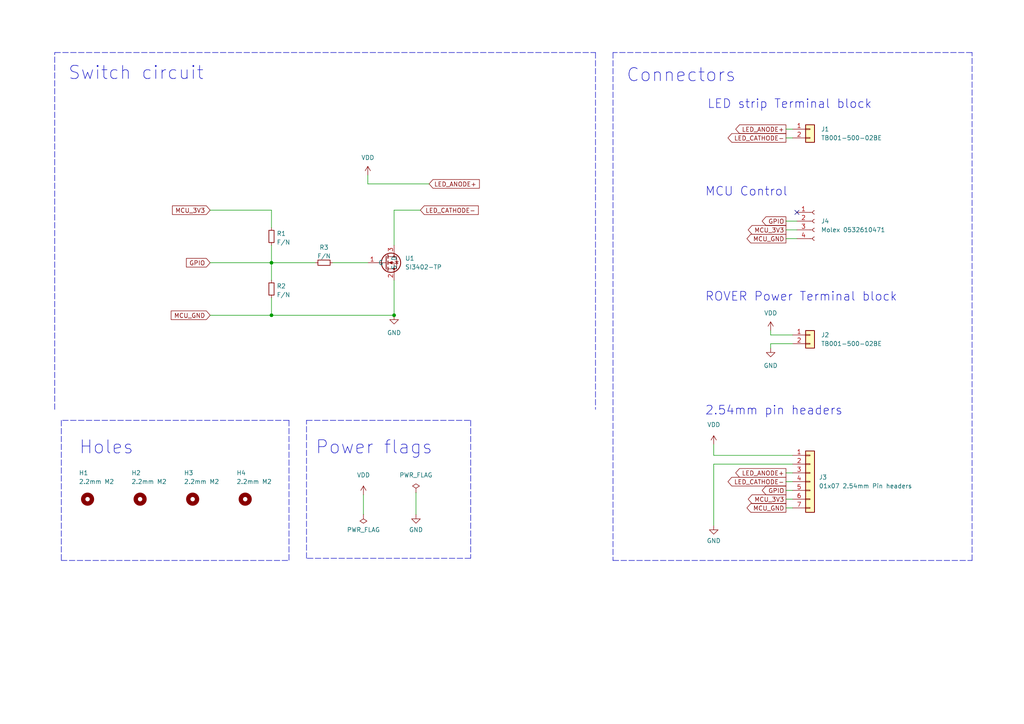
<source format=kicad_sch>
(kicad_sch (version 20211123) (generator eeschema)
  (paper "A4")
  (title_block (title "LED_SWITCH") (date "2022-08-29") (company "EPFL Xplore"))
  (lib_symbols
    (symbol "0_Led_Switch:SI3402-TP"
      (property "Reference" "U" (at 3.175 -1.27 0))
      (property "Value" "SI3402-TP" (at 7.62 1.27 0))
      (symbol "SI3402-TP_0_1"
        (circle (center -0.889 0) (radius 2.794) (stroke (width 0.254)))
        (circle (center 0 -1.778) (radius 0.254) (fill (type outline)))
        (polyline (pts (xy -2.286 0) (xy -5.08 0)))
        (polyline (pts (xy -2.286 1.905) (xy -2.286 -1.905)) (stroke (width 0.254)))
        (polyline (pts (xy -1.778 -1.27) (xy -1.778 -2.286)) (stroke (width 0.254)))
        (polyline (pts (xy -1.778 0.508) (xy -1.778 -0.508)) (stroke (width 0.254)))
        (polyline (pts (xy -1.778 2.286) (xy -1.778 1.27)) (stroke (width 0.254)))
        (polyline (pts (xy 0 2.54) (xy 0 1.778)))
        (polyline (pts (xy 0 -2.54) (xy 0 0) (xy -1.778 0)))
        (polyline (pts (xy -1.778 -1.778) (xy 0.762 -1.778) (xy 0.762 1.778) (xy -1.778 1.778)))
        (polyline (pts (xy -1.524 0) (xy -0.508 0.381) (xy -0.508 -0.381) (xy -1.524 0)) (fill (type outline)))
        (polyline (pts (xy 0.254 0.508) (xy 0.381 0.381) (xy 1.143 0.381) (xy 1.27 0.254)))
        (polyline (pts (xy 0.762 0.381) (xy 0.381 -0.254) (xy 1.143 -0.254) (xy 0.762 0.381)))
        (circle (center 0 1.778) (radius 0.254) (fill (type outline)))
      )
      (symbol "SI3402-TP_1_1"
        (pin input line (at -7.62 0 0) (length 2.54) (name "G") (number "1"))
        (pin passive line (at 0 -5.08 90) (length 2.54) (name "S") (number "2"))
        (pin passive line (at 0 5.08 270) (length 2.54) (name "D") (number "3"))
      )
    )
    (symbol "Connector:Conn_01x04_Female" (pin_names (offset 1.016) hide)
      (property "Reference" "J" (at 0 5.08 0))
      (property "Value" "Conn_01x04_Female" (at 0 -7.62 0))
      (symbol "Conn_01x04_Female_1_1"
        (arc (start 0 -4.572) (mid -0.508 -5.08) (end 0 -5.588) (stroke (width 0.1524)))
        (arc (start 0 -2.032) (mid -0.508 -2.54) (end 0 -3.048) (stroke (width 0.1524)))
        (polyline (pts (xy -1.27 -5.08) (xy -0.508 -5.08)) (stroke (width 0.1524)))
        (polyline (pts (xy -1.27 -2.54) (xy -0.508 -2.54)) (stroke (width 0.1524)))
        (polyline (pts (xy -1.27 0) (xy -0.508 0)) (stroke (width 0.1524)))
        (polyline (pts (xy -1.27 2.54) (xy -0.508 2.54)) (stroke (width 0.1524)))
        (arc (start 0 0.508) (mid -0.508 0) (end 0 -0.508) (stroke (width 0.1524)))
        (arc (start 0 3.048) (mid -0.508 2.54) (end 0 2.032) (stroke (width 0.1524)))
        (pin passive line (at -5.08 2.54 0) (length 3.81) (name "Pin_1") (number "1"))
        (pin passive line (at -5.08 0 0) (length 3.81) (name "Pin_2") (number "2"))
        (pin passive line (at -5.08 -2.54 0) (length 3.81) (name "Pin_3") (number "3"))
        (pin passive line (at -5.08 -5.08 0) (length 3.81) (name "Pin_4") (number "4"))
      )
    )
    (symbol "Connector_Generic:Conn_01x02" (pin_names (offset 1.016) hide)
      (property "Reference" "J" (at 0 2.54 0))
      (property "Value" "Conn_01x02" (at 0 -5.08 0))
      (symbol "Conn_01x02_1_1"
        (rectangle (start -1.27 -2.413) (end 0 -2.667) (stroke (width 0.1524)))
        (rectangle (start -1.27 0.127) (end 0 -0.127) (stroke (width 0.1524)))
        (rectangle (start -1.27 1.27) (end 1.27 -3.81) (stroke (width 0.254)) (fill (type background)))
        (pin passive line (at -5.08 0 0) (length 3.81) (name "Pin_1") (number "1"))
        (pin passive line (at -5.08 -2.54 0) (length 3.81) (name "Pin_2") (number "2"))
      )
    )
    (symbol "Connector_Generic:Conn_01x07" (pin_names (offset 1.016) hide)
      (property "Reference" "J" (at 0 10.16 0))
      (property "Value" "Conn_01x07" (at 0 -10.16 0))
      (symbol "Conn_01x07_1_1"
        (rectangle (start -1.27 -7.493) (end 0 -7.747) (stroke (width 0.1524)))
        (rectangle (start -1.27 -4.953) (end 0 -5.207) (stroke (width 0.1524)))
        (rectangle (start -1.27 -2.413) (end 0 -2.667) (stroke (width 0.1524)))
        (rectangle (start -1.27 0.127) (end 0 -0.127) (stroke (width 0.1524)))
        (rectangle (start -1.27 2.667) (end 0 2.413) (stroke (width 0.1524)))
        (rectangle (start -1.27 5.207) (end 0 4.953) (stroke (width 0.1524)))
        (rectangle (start -1.27 7.747) (end 0 7.493) (stroke (width 0.1524)))
        (rectangle (start -1.27 8.89) (end 1.27 -8.89) (stroke (width 0.254)) (fill (type background)))
        (pin passive line (at -5.08 7.62 0) (length 3.81) (name "Pin_1") (number "1"))
        (pin passive line (at -5.08 5.08 0) (length 3.81) (name "Pin_2") (number "2"))
        (pin passive line (at -5.08 2.54 0) (length 3.81) (name "Pin_3") (number "3"))
        (pin passive line (at -5.08 0 0) (length 3.81) (name "Pin_4") (number "4"))
        (pin passive line (at -5.08 -2.54 0) (length 3.81) (name "Pin_5") (number "5"))
        (pin passive line (at -5.08 -5.08 0) (length 3.81) (name "Pin_6") (number "6"))
        (pin passive line (at -5.08 -7.62 0) (length 3.81) (name "Pin_7") (number "7"))
      )
    )
    (symbol "Device:R_Small" (pin_numbers hide) (pin_names (offset 0.254) hide)
      (property "Reference" "R" (at 0.762 0.508 0))
      (property "Value" "R_Small" (at 0.762 -1.016 0))
      (symbol "R_Small_0_1"
        (rectangle (start -0.762 1.778) (end 0.762 -1.778) (stroke (width 0.2032)))
      )
      (symbol "R_Small_1_1"
        (pin passive line (at 0 2.54 270) (length 0.762) (name "~") (number "1"))
        (pin passive line (at 0 -2.54 90) (length 0.762) (name "~") (number "2"))
      )
    )
    (symbol "Mechanical:MountingHole" (pin_names (offset 1.016))
      (property "Reference" "H" (at 0 5.08 0))
      (property "Value" "MountingHole" (at 0 3.175 0))
      (symbol "MountingHole_0_1"
        (circle (center 0 0) (radius 1.27) (stroke (width 1.27)))
      )
    )
    (symbol "power:GND" (power) (pin_names (offset 0))
      (property "Value" "GND" (at 0 -3.81 0))
      (symbol "GND_0_1"
        (polyline (pts (xy 0 0) (xy 0 -1.27) (xy 1.27 -1.27) (xy 0 -2.54) (xy -1.27 -1.27) (xy 0 -1.27)))
      )
      (symbol "GND_1_1"
        (pin power_in line (at 0 0 270) (length 0) hide (name "GND") (number "1"))
      )
    )
    (symbol "power:PWR_FLAG" (power) (pin_numbers hide) (pin_names (offset 0) hide)
      (property "Value" "PWR_FLAG" (at 0 3.81 0))
      (symbol "PWR_FLAG_0_0"
        (pin power_out line (at 0 0 90) (length 0) (name "pwr") (number "1"))
      )
      (symbol "PWR_FLAG_0_1"
        (polyline (pts (xy 0 0) (xy 0 1.27) (xy -1.016 1.905) (xy 0 2.54) (xy 1.016 1.905) (xy 0 1.27)))
      )
    )
    (symbol "power:VDD" (power) (pin_names (offset 0))
      (property "Value" "VDD" (at 0 3.81 0))
      (symbol "VDD_0_1"
        (polyline (pts (xy -0.762 1.27) (xy 0 2.54)))
        (polyline (pts (xy 0 0) (xy 0 2.54)))
        (polyline (pts (xy 0 2.54) (xy 0.762 1.27)))
      )
      (symbol "VDD_1_1"
        (pin power_in line (at 0 0 90) (length 0) hide (name "VDD") (number "1"))
      )
    )
  )
  (junction (at 78.74 76.2))
  (junction (at 114.3 91.44))
  (junction (at 78.74 91.44))
  (no_connect (at 231.14 61.595))
  (polyline (pts (xy 281.94 162.56) (xy 281.94 15.24)))
  (wire (pts (xy 223.52 95.885) (xy 223.52 97.155)))
  (polyline (pts (xy 88.9 121.92) (xy 136.525 121.92)))
  (wire (pts (xy 60.96 60.96) (xy 78.74 60.96)))
  (wire (pts (xy 78.74 60.96) (xy 78.74 66.04)))
  (polyline (pts (xy 83.82 121.92) (xy 83.82 162.56)))
  (wire (pts (xy 227.965 142.24) (xy 229.87 142.24)))
  (polyline (pts (xy 17.78 121.92) (xy 17.78 162.56)))
  (wire (pts (xy 120.65 142.875) (xy 120.65 149.225)))
  (wire (pts (xy 78.74 86.36) (xy 78.74 91.44)))
  (wire (pts (xy 223.52 99.695) (xy 229.87 99.695)))
  (wire (pts (xy 227.965 69.215) (xy 231.14 69.215)))
  (wire (pts (xy 106.68 53.34) (xy 124.46 53.34)))
  (wire (pts (xy 227.965 66.675) (xy 231.14 66.675)))
  (wire (pts (xy 207.01 128.905) (xy 207.01 132.08)))
  (polyline (pts (xy 177.8 15.24) (xy 177.8 162.56)))
  (wire (pts (xy 96.52 76.2) (xy 106.68 76.2)))
  (polyline (pts (xy 136.525 121.92) (xy 136.525 161.925)))
  (wire (pts (xy 223.52 97.155) (xy 229.87 97.155)))
  (polyline (pts (xy 17.78 162.56) (xy 83.82 162.56)))
  (wire (pts (xy 207.01 152.4) (xy 207.01 134.62)))
  (wire (pts (xy 207.01 134.62) (xy 229.87 134.62)))
  (wire (pts (xy 105.41 143.51) (xy 105.41 149.225)))
  (wire (pts (xy 60.96 76.2) (xy 78.74 76.2)))
  (polyline (pts (xy 15.875 15.24) (xy 172.72 15.24)))
  (polyline (pts (xy 88.9 161.925) (xy 88.9 121.92)))
  (wire (pts (xy 78.74 76.2) (xy 91.44 76.2)))
  (wire (pts (xy 78.74 76.2) (xy 78.74 81.28)))
  (wire (pts (xy 207.01 132.08) (xy 229.87 132.08)))
  (wire (pts (xy 78.74 71.12) (xy 78.74 76.2)))
  (wire (pts (xy 227.965 137.16) (xy 229.87 137.16)))
  (wire (pts (xy 227.965 139.7) (xy 229.87 139.7)))
  (wire (pts (xy 78.74 91.44) (xy 114.3 91.44)))
  (wire (pts (xy 227.965 144.78) (xy 229.87 144.78)))
  (wire (pts (xy 114.3 81.28) (xy 114.3 91.44)))
  (wire (pts (xy 106.68 50.8) (xy 106.68 53.34)))
  (polyline (pts (xy 172.72 15.24) (xy 172.72 118.745)))
  (polyline (pts (xy 83.82 121.92) (xy 17.78 121.92)))
  (polyline (pts (xy 281.94 15.24) (xy 177.8 15.24)))
  (wire (pts (xy 223.52 100.965) (xy 223.52 99.695)))
  (wire (pts (xy 114.3 60.96) (xy 114.3 71.12)))
  (polyline (pts (xy 136.525 161.925) (xy 88.9 161.925)))
  (polyline (pts (xy 177.8 162.56) (xy 281.94 162.56)))
  (wire (pts (xy 227.965 64.135) (xy 231.14 64.135)))
  (wire (pts (xy 227.965 37.465) (xy 229.87 37.465)))
  (wire (pts (xy 60.96 91.44) (xy 78.74 91.44)))
  (polyline (pts (xy 15.875 118.745) (xy 15.875 15.24)))
  (wire (pts (xy 227.965 147.32) (xy 229.87 147.32)))
  (wire (pts (xy 121.92 60.96) (xy 114.3 60.96)))
  (wire (pts (xy 227.965 40.005) (xy 229.87 40.005)))
  (text "MCU Control" (at 204.47 57.15 0) (effects (font (size 2.54 2.54)) (justify left bottom)))
  (text "2.54mm pin headers" (at 204.47 120.65 0) (effects (font (size 2.54 2.54)) (justify left bottom)))
  (text "ROVER Power Terminal block" (at 204.47 87.63 0) (effects (font (size 2.54 2.54)) (justify left bottom)))
  (text "Connectors" (at 181.61 24.13 0) (effects (font (size 3.81 3.81)) (justify left bottom)))
  (text "Holes" (at 22.86 132.08 0) (effects (font (size 3.81 3.81)) (justify left bottom)))
  (text "Power flags" (at 91.44 132.08 0) (effects (font (size 3.81 3.81)) (justify left bottom)))
  (text "Switch circuit" (at 19.685 23.495 0) (effects (font (size 3.81 3.81)) (justify left bottom)))
  (text "LED strip Terminal block" (at 205.105 31.75 0) (effects (font (size 2.54 2.54)) (justify left bottom)))
  (global_label "MCU_GND" (shape output) (at 227.965 69.215 180) (property "Intersheet References" "${INTERSHEET_REFS}" (effects hide)))
  (global_label "LED_CATHODE-" (shape output) (at 227.965 40.005 180) (property "Intersheet References" "${INTERSHEET_REFS}" (effects hide)))
  (global_label "LED_CATHODE-" (shape output) (at 227.965 139.7 180) (property "Intersheet References" "${INTERSHEET_REFS}" (effects hide)))
  (global_label "LED_CATHODE-" (shape input) (at 121.92 60.96 0) (property "Intersheet References" "${INTERSHEET_REFS}" (effects hide)))
  (global_label "GPIO" (shape input) (at 60.96 76.2 180) (property "Intersheet References" "${INTERSHEET_REFS}" (effects hide)))
  (global_label "MCU_3V3" (shape output) (at 227.965 144.78 180) (property "Intersheet References" "${INTERSHEET_REFS}" (effects hide)))
  (global_label "GPIO" (shape output) (at 227.965 64.135 180) (property "Intersheet References" "${INTERSHEET_REFS}" (effects hide)))
  (global_label "MCU_GND" (shape output) (at 227.965 147.32 180) (property "Intersheet References" "${INTERSHEET_REFS}" (effects hide)))
  (global_label "MCU_3V3" (shape input) (at 60.96 60.96 180) (property "Intersheet References" "${INTERSHEET_REFS}" (effects hide)))
  (global_label "MCU_3V3" (shape output) (at 227.965 66.675 180) (property "Intersheet References" "${INTERSHEET_REFS}" (effects hide)))
  (global_label "LED_ANODE+" (shape output) (at 227.965 137.16 180) (property "Intersheet References" "${INTERSHEET_REFS}" (effects hide)))
  (global_label "MCU_GND" (shape input) (at 60.96 91.44 180) (property "Intersheet References" "${INTERSHEET_REFS}" (effects hide)))
  (global_label "GPIO" (shape output) (at 227.965 142.24 180) (property "Intersheet References" "${INTERSHEET_REFS}" (effects hide)))
  (global_label "LED_ANODE+" (shape input) (at 124.46 53.34 0) (property "Intersheet References" "${INTERSHEET_REFS}" (effects hide)))
  (global_label "LED_ANODE+" (shape output) (at 227.965 37.465 180) (property "Intersheet References" "${INTERSHEET_REFS}" (effects hide)))
  (symbol (lib_id "Mechanical:MountingHole") (at 40.64 144.78 0) (unit 1)
    (property "Reference" "H2" (at 38.1 137.1631 0) (effects (justify left)))
    (property "Value" "2.2mm M2" (at 38.1 139.7 0) (effects (justify left)))
    (property "Footprint" "MountingHole:MountingHole_2.2mm_M2_Pad" (effects hide))
  )
  (symbol (lib_id "power:GND") (at 120.65 149.225 0) (unit 1)
    (property "Reference" "#PWR04" (effects hide))
    (property "Value" "GND" (at 120.65 153.67 0))
  )
  (symbol (lib_id "power:VDD") (at 106.68 50.8 0) (unit 1)
    (property "Reference" "#PWR05" (effects hide))
    (property "Value" "VDD" (at 106.68 45.72 0))
  )
  (symbol (lib_id "power:PWR_FLAG") (at 105.41 149.225 180) (unit 1)
    (property "Reference" "#FLG01" (effects hide))
    (property "Value" "PWR_FLAG" (at 105.41 153.67 0))
  )
  (symbol (lib_id "Connector:Conn_01x04_Female") (at 236.22 64.135 0) (unit 1)
    (property "Reference" "J4" (at 238.125 64.135 0) (effects (justify left)))
    (property "Value" "Molex 0532610471" (at 238.125 66.675 0) (effects (justify left)))
    (property "Footprint" "Connector_Molex:Molex_PicoBlade_53261-0471_1x04-1MP_P1.25mm_Horizontal" (effects hide))
    (property "Datasheet" "https://www.molex.com/pdm_docs/sd/532610471_sd.pdf" (effects hide))
    (property "Digikey ref" "WM7622TR-ND" (effects hide))
    (property "Manufacturer ref" "0532610471" (effects hide))
  )
  (symbol (lib_id "power:GND") (at 207.01 152.4 0) (unit 1)
    (property "Reference" "#PWR08" (effects hide))
    (property "Value" "GND" (at 207.01 156.845 0))
  )
  (symbol (lib_id "Connector_Generic:Conn_01x02") (at 234.95 97.155 0) (unit 1)
    (property "Reference" "J2" (at 238.125 97.1549 0) (effects (justify left)))
    (property "Value" "TB001-500-02BE" (at 238.125 99.6949 0) (effects (justify left)))
    (property "Footprint" "lib_fp:TB001-500-02BE" (effects hide))
    (property "Datasheet" "https://www.mouser.ch/datasheet/2/670/tb001_500-2306989.pdf" (effects hide))
    (property "Mouser ref" "670-TB001-500-02BE" (effects hide))
    (property "Manufacturer ref" "TB001-500-02BE" (effects hide))
  )
  (symbol (lib_id "Mechanical:MountingHole") (at 71.12 144.78 0) (unit 1)
    (property "Reference" "H4" (at 68.58 137.1631 0) (effects (justify left)))
    (property "Value" "2.2mm M2" (at 68.58 139.7 0) (effects (justify left)))
    (property "Footprint" "MountingHole:MountingHole_2.2mm_M2_Pad" (effects hide))
  )
  (symbol (lib_id "Mechanical:MountingHole") (at 25.4 144.78 0) (unit 1)
    (property "Reference" "H1" (at 22.86 137.1631 0) (effects (justify left)))
    (property "Value" "2.2mm M2" (at 22.86 139.7 0) (effects (justify left)))
    (property "Footprint" "MountingHole:MountingHole_2.2mm_M2_Pad" (effects hide))
  )
  (symbol (lib_id "Device:R_Small") (at 93.98 76.2 90) (unit 1)
    (property "Reference" "R3" (at 93.98 71.7636 90))
    (property "Value" "F/N" (at 93.98 74.3005 90))
    (property "Footprint" "Resistor_SMD:R_0805_2012Metric" (effects hide))
  )
  (symbol (lib_id "Connector_Generic:Conn_01x07") (at 234.95 139.7 0) (unit 1) (in_bom no)
    (property "Reference" "J3" (at 237.49 138.4299 0) (effects (justify left)))
    (property "Value" "01x07 2.54mm Pin headers" (at 237.49 140.9699 0) (effects (justify left)))
    (property "Footprint" "Connector_PinHeader_2.54mm:PinHeader_1x07_P2.54mm_Vertical" (effects hide))
  )
  (symbol (lib_id "power:GND") (at 114.3 91.44 0) (unit 1)
    (property "Reference" "#PWR06" (effects hide))
    (property "Value" "GND" (at 114.3 96.52 0))
  )
  (symbol (lib_id "power:VDD") (at 207.01 128.905 0) (unit 1)
    (property "Reference" "#PWR07" (effects hide))
    (property "Value" "VDD" (at 207.01 123.19 0))
  )
  (symbol (lib_id "Device:R_Small") (at 78.74 68.58 0) (unit 1)
    (property "Reference" "R1" (at 80.2386 67.7453 0) (effects (justify left)))
    (property "Value" "F/N" (at 80.2386 70.2822 0) (effects (justify left)))
    (property "Footprint" "Resistor_SMD:R_0805_2012Metric" (effects hide))
  )
  (symbol (lib_id "Connector_Generic:Conn_01x02") (at 234.95 37.465 0) (unit 1)
    (property "Reference" "J1" (at 238.125 37.4649 0) (effects (justify left)))
    (property "Value" "TB001-500-02BE" (at 238.125 40.0049 0) (effects (justify left)))
    (property "Footprint" "lib_fp:TB001-500-02BE" (effects hide))
    (property "Datasheet" "https://www.mouser.ch/datasheet/2/670/tb001_500-2306989.pdf" (effects hide))
    (property "Mouser ref" "490-TB001-500-02BE" (effects hide))
    (property "Manufacturer ref" "TB001-500-02BE" (effects hide))
  )
  (symbol (lib_id "power:GND") (at 223.52 100.965 0) (unit 1)
    (property "Reference" "#PWR010" (effects hide))
    (property "Value" "GND" (at 223.52 106.045 0))
  )
  (symbol (lib_id "power:VDD") (at 223.52 95.885 0) (unit 1)
    (property "Reference" "#PWR09" (effects hide))
    (property "Value" "VDD" (at 223.52 90.805 0))
  )
  (symbol (lib_id "power:PWR_FLAG") (at 120.65 142.875 0) (unit 1)
    (property "Reference" "#FLG02" (effects hide))
    (property "Value" "PWR_FLAG" (at 120.65 137.795 0))
  )
  (symbol (lib_id "Mechanical:MountingHole") (at 55.88 144.78 0) (unit 1)
    (property "Reference" "H3" (at 53.34 137.1631 0) (effects (justify left)))
    (property "Value" "2.2mm M2" (at 53.34 139.7 0) (effects (justify left)))
    (property "Footprint" "MountingHole:MountingHole_2.2mm_M2_Pad" (effects hide))
  )
  (symbol (lib_id "0_Led_Switch:SI3402-TP") (at 114.3 76.2 0) (unit 1)
    (property "Reference" "U1" (at 117.475 74.9299 0) (effects (justify left)))
    (property "Value" "SI3402-TP" (at 117.475 77.4699 0) (effects (justify left)))
    (property "Footprint" "Package_TO_SOT_SMD:SOT-23" (effects hide))
    (property "Datasheet" "https://www.mouser.ch/datasheet/2/258/SI3402_SOT_23_-2510736.pdf" (effects hide))
    (property "Package" "SOT23-3" (effects hide))
    (property "Mouser ref" "833-SI3402-TP" (effects hide))
    (property "Manufacturer ref" "SI3402-TP" (effects hide))
    (property "Comments" "We already have some in stock" (effects hide))
  )
  (symbol (lib_id "Device:R_Small") (at 78.74 83.82 0) (unit 1)
    (property "Reference" "R2" (at 80.2386 82.9853 0) (effects (justify left)))
    (property "Value" "F/N" (at 80.2386 85.5222 0) (effects (justify left)))
    (property "Footprint" "Resistor_SMD:R_0805_2012Metric" (effects hide))
  )
  (symbol (lib_id "power:VDD") (at 105.41 143.51 0) (unit 1)
    (property "Reference" "#PWR03" (effects hide))
    (property "Value" "VDD" (at 105.41 137.795 0))
  )
)
</source>
